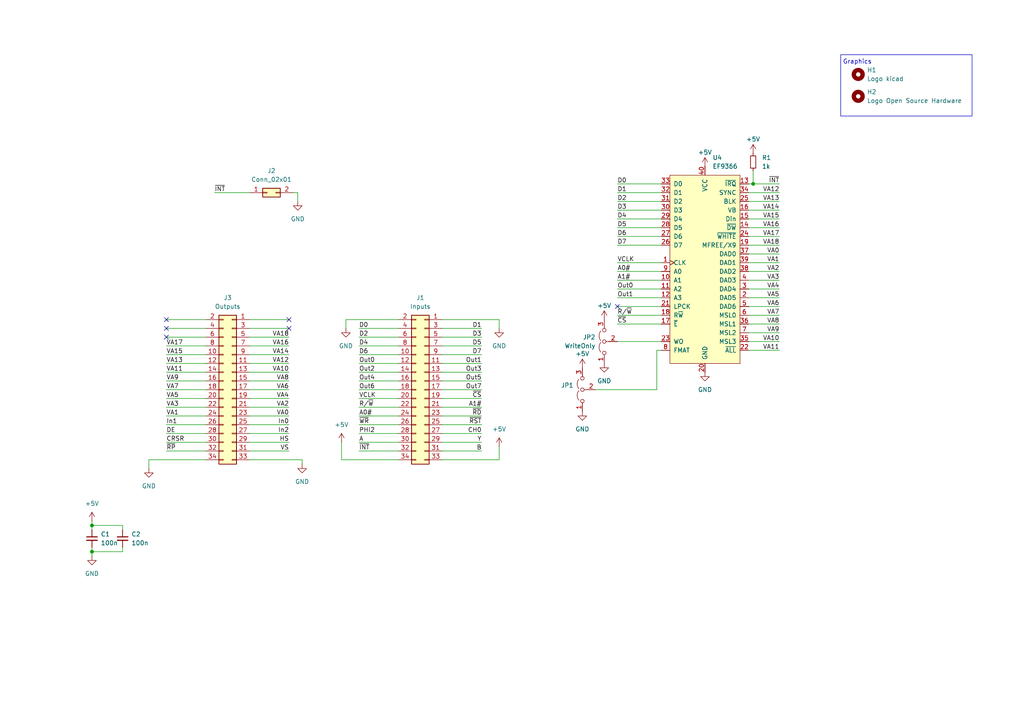
<source format=kicad_sch>
(kicad_sch (version 20231120) (generator "eeschema") (generator_version "8.0")
  (paper "A4")
  (title_block (title "Unicomp v3 - Video Board - EF9366 Adapter") (date "2025-01-28") (rev "v0.1") (company "100% Offner") (comment 1 "v0.1: Initial"))
  (lib_symbols
    (symbol "Connector_Generic:Conn_02x01" (pin_names (offset 1.016) hide)
      (property "Reference" "J" (at 1.27 2.54 0))
      (property "Value" "Conn_02x01" (at 1.27 -2.54 0))
      (symbol "Conn_02x01_1_1"
        (rectangle (start -1.27 0.127) (end 0 -0.127) (stroke (width 0.1524)))
        (rectangle (start -1.27 1.27) (end 3.81 -1.27) (stroke (width 0.254)) (fill (type background)))
        (rectangle (start 3.81 0.127) (end 2.54 -0.127) (stroke (width 0.1524)))
        (pin passive line (at -5.08 0 0) (length 3.81) (name "Pin_1") (number "1"))
        (pin passive line (at 7.62 0 180) (length 3.81) (name "Pin_2") (number "2"))
      )
    )
    (symbol "Connector_Generic:Conn_02x17_Odd_Even" (pin_names (offset 1.016) hide)
      (property "Reference" "J" (at 1.27 22.86 0))
      (property "Value" "Conn_02x17_Odd_Even" (at 1.27 -22.86 0))
      (symbol "Conn_02x17_Odd_Even_1_1"
        (rectangle (start -1.27 -20.193) (end 0 -20.447) (stroke (width 0.1524)))
        (rectangle (start -1.27 -17.653) (end 0 -17.907) (stroke (width 0.1524)))
        (rectangle (start -1.27 -15.113) (end 0 -15.367) (stroke (width 0.1524)))
        (rectangle (start -1.27 -12.573) (end 0 -12.827) (stroke (width 0.1524)))
        (rectangle (start -1.27 -10.033) (end 0 -10.287) (stroke (width 0.1524)))
        (rectangle (start -1.27 -7.493) (end 0 -7.747) (stroke (width 0.1524)))
        (rectangle (start -1.27 -4.953) (end 0 -5.207) (stroke (width 0.1524)))
        (rectangle (start -1.27 -2.413) (end 0 -2.667) (stroke (width 0.1524)))
        (rectangle (start -1.27 0.127) (end 0 -0.127) (stroke (width 0.1524)))
        (rectangle (start -1.27 2.667) (end 0 2.413) (stroke (width 0.1524)))
        (rectangle (start -1.27 5.207) (end 0 4.953) (stroke (width 0.1524)))
        (rectangle (start -1.27 7.747) (end 0 7.493) (stroke (width 0.1524)))
        (rectangle (start -1.27 10.287) (end 0 10.033) (stroke (width 0.1524)))
        (rectangle (start -1.27 12.827) (end 0 12.573) (stroke (width 0.1524)))
        (rectangle (start -1.27 15.367) (end 0 15.113) (stroke (width 0.1524)))
        (rectangle (start -1.27 17.907) (end 0 17.653) (stroke (width 0.1524)))
        (rectangle (start -1.27 20.447) (end 0 20.193) (stroke (width 0.1524)))
        (rectangle (start -1.27 21.59) (end 3.81 -21.59) (stroke (width 0.254)) (fill (type background)))
        (rectangle (start 3.81 -20.193) (end 2.54 -20.447) (stroke (width 0.1524)))
        (rectangle (start 3.81 -17.653) (end 2.54 -17.907) (stroke (width 0.1524)))
        (rectangle (start 3.81 -15.113) (end 2.54 -15.367) (stroke (width 0.1524)))
        (rectangle (start 3.81 -12.573) (end 2.54 -12.827) (stroke (width 0.1524)))
        (rectangle (start 3.81 -10.033) (end 2.54 -10.287) (stroke (width 0.1524)))
        (rectangle (start 3.81 -7.493) (end 2.54 -7.747) (stroke (width 0.1524)))
        (rectangle (start 3.81 -4.953) (end 2.54 -5.207) (stroke (width 0.1524)))
        (rectangle (start 3.81 -2.413) (end 2.54 -2.667) (stroke (width 0.1524)))
        (rectangle (start 3.81 0.127) (end 2.54 -0.127) (stroke (width 0.1524)))
        (rectangle (start 3.81 2.667) (end 2.54 2.413) (stroke (width 0.1524)))
        (rectangle (start 3.81 5.207) (end 2.54 4.953) (stroke (width 0.1524)))
        (rectangle (start 3.81 7.747) (end 2.54 7.493) (stroke (width 0.1524)))
        (rectangle (start 3.81 10.287) (end 2.54 10.033) (stroke (width 0.1524)))
        (rectangle (start 3.81 12.827) (end 2.54 12.573) (stroke (width 0.1524)))
        (rectangle (start 3.81 15.367) (end 2.54 15.113) (stroke (width 0.1524)))
        (rectangle (start 3.81 17.907) (end 2.54 17.653) (stroke (width 0.1524)))
        (rectangle (start 3.81 20.447) (end 2.54 20.193) (stroke (width 0.1524)))
        (pin passive line (at -5.08 20.32 0) (length 3.81) (name "Pin_1") (number "1"))
        (pin passive line (at 7.62 10.16 180) (length 3.81) (name "Pin_10") (number "10"))
        (pin passive line (at -5.08 7.62 0) (length 3.81) (name "Pin_11") (number "11"))
        (pin passive line (at 7.62 7.62 180) (length 3.81) (name "Pin_12") (number "12"))
        (pin passive line (at -5.08 5.08 0) (length 3.81) (name "Pin_13") (number "13"))
        (pin passive line (at 7.62 5.08 180) (length 3.81) (name "Pin_14") (number "14"))
        (pin passive line (at -5.08 2.54 0) (length 3.81) (name "Pin_15") (number "15"))
        (pin passive line (at 7.62 2.54 180) (length 3.81) (name "Pin_16") (number "16"))
        (pin passive line (at -5.08 0 0) (length 3.81) (name "Pin_17") (number "17"))
        (pin passive line (at 7.62 0 180) (length 3.81) (name "Pin_18") (number "18"))
        (pin passive line (at -5.08 -2.54 0) (length 3.81) (name "Pin_19") (number "19"))
        (pin passive line (at 7.62 20.32 180) (length 3.81) (name "Pin_2") (number "2"))
        (pin passive line (at 7.62 -2.54 180) (length 3.81) (name "Pin_20") (number "20"))
        (pin passive line (at -5.08 -5.08 0) (length 3.81) (name "Pin_21") (number "21"))
        (pin passive line (at 7.62 -5.08 180) (length 3.81) (name "Pin_22") (number "22"))
        (pin passive line (at -5.08 -7.62 0) (length 3.81) (name "Pin_23") (number "23"))
        (pin passive line (at 7.62 -7.62 180) (length 3.81) (name "Pin_24") (number "24"))
        (pin passive line (at -5.08 -10.16 0) (length 3.81) (name "Pin_25") (number "25"))
        (pin passive line (at 7.62 -10.16 180) (length 3.81) (name "Pin_26") (number "26"))
        (pin passive line (at -5.08 -12.7 0) (length 3.81) (name "Pin_27") (number "27"))
        (pin passive line (at 7.62 -12.7 180) (length 3.81) (name "Pin_28") (number "28"))
        (pin passive line (at -5.08 -15.24 0) (length 3.81) (name "Pin_29") (number "29"))
        (pin passive line (at -5.08 17.78 0) (length 3.81) (name "Pin_3") (number "3"))
        (pin passive line (at 7.62 -15.24 180) (length 3.81) (name "Pin_30") (number "30"))
        (pin passive line (at -5.08 -17.78 0) (length 3.81) (name "Pin_31") (number "31"))
        (pin passive line (at 7.62 -17.78 180) (length 3.81) (name "Pin_32") (number "32"))
        (pin passive line (at -5.08 -20.32 0) (length 3.81) (name "Pin_33") (number "33"))
        (pin passive line (at 7.62 -20.32 180) (length 3.81) (name "Pin_34") (number "34"))
        (pin passive line (at 7.62 17.78 180) (length 3.81) (name "Pin_4") (number "4"))
        (pin passive line (at -5.08 15.24 0) (length 3.81) (name "Pin_5") (number "5"))
        (pin passive line (at 7.62 15.24 180) (length 3.81) (name "Pin_6") (number "6"))
        (pin passive line (at -5.08 12.7 0) (length 3.81) (name "Pin_7") (number "7"))
        (pin passive line (at 7.62 12.7 180) (length 3.81) (name "Pin_8") (number "8"))
        (pin passive line (at -5.08 10.16 0) (length 3.81) (name "Pin_9") (number "9"))
      )
    )
    (symbol "Device:C_Small" (pin_numbers hide) (pin_names (offset 0.254) hide)
      (property "Reference" "C" (at 0.254 1.778 0))
      (property "Value" "C_Small" (at 0.254 -2.032 0))
      (symbol "C_Small_0_1"
        (polyline (pts (xy -1.524 -0.508) (xy 1.524 -0.508)) (stroke (width 0.3302)))
        (polyline (pts (xy -1.524 0.508) (xy 1.524 0.508)) (stroke (width 0.3048)))
      )
      (symbol "C_Small_1_1"
        (pin passive line (at 0 2.54 270) (length 2.032) (name "~") (number "1"))
        (pin passive line (at 0 -2.54 90) (length 2.032) (name "~") (number "2"))
      )
    )
    (symbol "Device:R_Small" (pin_numbers hide) (pin_names (offset 0.254) hide)
      (property "Reference" "R" (at 0.762 0.508 0))
      (property "Value" "R_Small" (at 0.762 -1.016 0))
      (symbol "R_Small_0_1"
        (rectangle (start -0.762 1.778) (end 0.762 -1.778) (stroke (width 0.2032)))
      )
      (symbol "R_Small_1_1"
        (pin passive line (at 0 2.54 270) (length 0.762) (name "~") (number "1"))
        (pin passive line (at 0 -2.54 90) (length 0.762) (name "~") (number "2"))
      )
    )
    (symbol "Jumper:Jumper_3_Open" (pin_names (offset 0) hide) (exclude_from_sim yes) (in_bom no)
      (property "Reference" "JP" (at -2.54 -2.54 0))
      (property "Value" "Jumper_3_Open" (at 0 2.794 0))
      (symbol "Jumper_3_Open_0_0"
        (circle (center -3.302 0) (radius 0.508))
        (circle (center 0 0) (radius 0.508))
        (circle (center 3.302 0) (radius 0.508))
      )
      (symbol "Jumper_3_Open_0_1"
        (arc (start -0.254 1.016) (mid -1.651 1.4992) (end -3.048 1.016))
        (polyline (pts (xy 0 -0.508) (xy 0 -1.27)))
        (arc (start 3.048 1.016) (mid 1.651 1.4992) (end 0.254 1.016))
      )
      (symbol "Jumper_3_Open_1_1"
        (pin passive line (at -6.35 0 0) (length 2.54) (name "A") (number "1"))
        (pin passive line (at 0 -3.81 90) (length 2.54) (name "C") (number "2"))
        (pin passive line (at 6.35 0 180) (length 2.54) (name "B") (number "3"))
      )
    )
    (symbol "Mechanical:MountingHole" (pin_names (offset 1.016)) (exclude_from_sim yes) (in_bom no)
      (property "Reference" "H" (at 0 5.08 0))
      (property "Value" "MountingHole" (at 0 3.175 0))
      (symbol "MountingHole_0_1"
        (circle (center 0 0) (radius 1.27) (stroke (width 1.27)))
      )
    )
    (symbol "my_ics_new:EF9366" (pin_names (offset 1.016))
      (property "Reference" "U" (at 2.54 29.21 0))
      (property "Value" "EF9366" (at 3.81 26.67 0))
      (symbol "EF9366_0_1"
        (rectangle (start -10.16 25.4) (end 10.16 -29.21) (fill (type background)))
        (rectangle (start 10.16 -29.21) (end 10.16 -29.21))
      )
      (symbol "EF9366_1_1"
        (pin input clock (at -12.7 0 0) (length 2.54) (name "CLK") (number "1"))
        (pin input line (at -12.7 -5.08 0) (length 2.54) (name "A1") (number "10"))
        (pin input line (at -12.7 -7.62 0) (length 2.54) (name "A2") (number "11"))
        (pin input line (at -12.7 -10.16 0) (length 2.54) (name "A3") (number "12"))
        (pin output line (at 12.7 22.86 180) (length 2.54) (name "~{IRQ}") (number "13"))
        (pin output line (at 12.7 10.16 180) (length 2.54) (name "~{DW}") (number "14"))
        (pin output line (at 12.7 12.7 180) (length 2.54) (name "Din") (number "15"))
        (pin output line (at 12.7 15.24 180) (length 2.54) (name "VB") (number "16"))
        (pin input line (at -12.7 -17.78 0) (length 2.54) (name "~{E}") (number "17"))
        (pin input line (at -12.7 -15.24 0) (length 2.54) (name "R~{W}") (number "18"))
        (pin output line (at 12.7 5.08 180) (length 2.54) (name "MFREE/X9") (number "19"))
        (pin output line (at 12.7 -10.16 180) (length 2.54) (name "DAD5") (number "2"))
        (pin power_in line (at 0 -31.75 90) (length 2.54) (name "GND") (number "20"))
        (pin input line (at -12.7 -12.7 0) (length 2.54) (name "LPCK") (number "21"))
        (pin output line (at 12.7 -25.4 180) (length 2.54) (name "~{ALL}") (number "22"))
        (pin input line (at -12.7 -22.86 0) (length 2.54) (name "WO") (number "23"))
        (pin output line (at 12.7 7.62 180) (length 2.54) (name "~{WHITE}") (number "24"))
        (pin output line (at 12.7 17.78 180) (length 2.54) (name "BLK") (number "25"))
        (pin bidirectional line (at -12.7 5.08 0) (length 2.54) (name "D7") (number "26"))
        (pin bidirectional line (at -12.7 7.62 0) (length 2.54) (name "D6") (number "27"))
        (pin bidirectional line (at -12.7 10.16 0) (length 2.54) (name "D5") (number "28"))
        (pin bidirectional line (at -12.7 12.7 0) (length 2.54) (name "D4") (number "29"))
        (pin output line (at 12.7 -7.62 180) (length 2.54) (name "DAD4") (number "3"))
        (pin bidirectional line (at -12.7 15.24 0) (length 2.54) (name "D3") (number "30"))
        (pin bidirectional line (at -12.7 17.78 0) (length 2.54) (name "D2") (number "31"))
        (pin bidirectional line (at -12.7 20.32 0) (length 2.54) (name "D1") (number "32"))
        (pin bidirectional line (at -12.7 22.86 0) (length 2.54) (name "D0") (number "33"))
        (pin output line (at 12.7 20.32 180) (length 2.54) (name "SYNC") (number "34"))
        (pin output line (at 12.7 -22.86 180) (length 2.54) (name "MSL3") (number "35"))
        (pin output line (at 12.7 -17.78 180) (length 2.54) (name "MSL1") (number "36"))
        (pin output line (at 12.7 2.54 180) (length 2.54) (name "DAD0") (number "37"))
        (pin output line (at 12.7 -2.54 180) (length 2.54) (name "DAD2") (number "38"))
        (pin output line (at 12.7 0 180) (length 2.54) (name "DAD1") (number "39"))
        (pin output line (at 12.7 -5.08 180) (length 2.54) (name "DAD3") (number "4"))
        (pin power_in line (at 0 27.94 270) (length 2.54) (name "VCC") (number "40"))
        (pin output line (at 12.7 -12.7 180) (length 2.54) (name "DAD6") (number "5"))
        (pin output line (at 12.7 -15.24 180) (length 2.54) (name "MSL0") (number "6"))
        (pin output line (at 12.7 -20.32 180) (length 2.54) (name "MSL2") (number "7"))
        (pin input line (at -12.7 -25.4 0) (length 2.54) (name "FMAT") (number "8"))
        (pin input line (at -12.7 -2.54 0) (length 2.54) (name "A0") (number "9"))
      )
    )
    (symbol "power:+5V" (power) (pin_numbers hide) (pin_names (offset 0) hide)
      (property "Value" "+5V" (at 0 3.556 0))
      (symbol "+5V_0_1"
        (polyline (pts (xy -0.762 1.27) (xy 0 2.54)))
        (polyline (pts (xy 0 0) (xy 0 2.54)))
        (polyline (pts (xy 0 2.54) (xy 0.762 1.27)))
      )
      (symbol "+5V_1_1"
        (pin power_in line (at 0 0 90) (length 0) (name "~") (number "1"))
      )
    )
    (symbol "power:GND" (power) (pin_numbers hide) (pin_names (offset 0) hide)
      (property "Value" "GND" (at 0 -3.81 0))
      (symbol "GND_0_1"
        (polyline (pts (xy 0 0) (xy 0 -1.27) (xy 1.27 -1.27) (xy 0 -2.54) (xy -1.27 -1.27) (xy 0 -1.27)))
      )
      (symbol "GND_1_1"
        (pin power_in line (at 0 0 270) (length 0) (name "~") (number "1"))
      )
    )
  )
  (junction (at 26.67 160.02))
  (junction (at 218.44 53.34))
  (junction (at 26.67 152.4))
  (no_connect (at 48.26 95.25))
  (no_connect (at 83.82 92.71))
  (no_connect (at 48.26 97.79))
  (no_connect (at 179.07 88.9))
  (no_connect (at 83.82 95.25))
  (no_connect (at 48.26 92.71))
  (wire (pts (xy 72.39 100.33) (xy 83.82 100.33)))
  (wire (pts (xy 104.14 110.49) (xy 115.57 110.49)))
  (wire (pts (xy 217.17 71.12) (xy 226.06 71.12)))
  (wire (pts (xy 104.14 118.11) (xy 115.57 118.11)))
  (wire (pts (xy 217.17 88.9) (xy 226.06 88.9)))
  (wire (pts (xy 87.63 134.62) (xy 87.63 133.35)))
  (wire (pts (xy 72.39 125.73) (xy 83.82 125.73)))
  (wire (pts (xy 217.17 53.34) (xy 218.44 53.34)))
  (wire (pts (xy 217.17 76.2) (xy 226.06 76.2)))
  (wire (pts (xy 48.26 102.87) (xy 59.69 102.87)))
  (wire (pts (xy 218.44 49.53) (xy 218.44 53.34)))
  (wire (pts (xy 104.14 130.81) (xy 115.57 130.81)))
  (wire (pts (xy 72.39 130.81) (xy 83.82 130.81)))
  (wire (pts (xy 128.27 123.19) (xy 139.7 123.19)))
  (wire (pts (xy 179.07 71.12) (xy 191.77 71.12)))
  (wire (pts (xy 72.39 120.65) (xy 83.82 120.65)))
  (wire (pts (xy 144.78 129.54) (xy 144.78 133.35)))
  (wire (pts (xy 43.18 135.89) (xy 43.18 133.35)))
  (wire (pts (xy 217.17 66.04) (xy 226.06 66.04)))
  (wire (pts (xy 104.14 128.27) (xy 115.57 128.27)))
  (wire (pts (xy 100.33 95.25) (xy 100.33 92.71)))
  (wire (pts (xy 48.26 113.03) (xy 59.69 113.03)))
  (wire (pts (xy 104.14 123.19) (xy 115.57 123.19)))
  (wire (pts (xy 72.39 102.87) (xy 83.82 102.87)))
  (wire (pts (xy 217.17 58.42) (xy 226.06 58.42)))
  (wire (pts (xy 104.14 97.79) (xy 115.57 97.79)))
  (wire (pts (xy 128.27 128.27) (xy 139.7 128.27)))
  (wire (pts (xy 218.44 53.34) (xy 226.06 53.34)))
  (wire (pts (xy 99.06 133.35) (xy 115.57 133.35)))
  (wire (pts (xy 72.39 107.95) (xy 83.82 107.95)))
  (wire (pts (xy 128.27 133.35) (xy 144.78 133.35)))
  (wire (pts (xy 26.67 152.4) (xy 26.67 153.67)))
  (wire (pts (xy 128.27 115.57) (xy 139.7 115.57)))
  (wire (pts (xy 26.67 151.13) (xy 26.67 152.4)))
  (wire (pts (xy 128.27 100.33) (xy 139.7 100.33)))
  (wire (pts (xy 72.39 115.57) (xy 83.82 115.57)))
  (wire (pts (xy 72.39 123.19) (xy 83.82 123.19)))
  (wire (pts (xy 179.07 58.42) (xy 191.77 58.42)))
  (wire (pts (xy 217.17 60.96) (xy 226.06 60.96)))
  (wire (pts (xy 104.14 125.73) (xy 115.57 125.73)))
  (wire (pts (xy 48.26 123.19) (xy 59.69 123.19)))
  (wire (pts (xy 179.07 99.06) (xy 191.77 99.06)))
  (wire (pts (xy 48.26 110.49) (xy 59.69 110.49)))
  (wire (pts (xy 48.26 92.71) (xy 59.69 92.71)))
  (wire (pts (xy 48.26 115.57) (xy 59.69 115.57)))
  (wire (pts (xy 48.26 125.73) (xy 59.69 125.73)))
  (wire (pts (xy 217.17 81.28) (xy 226.06 81.28)))
  (wire (pts (xy 72.39 92.71) (xy 83.82 92.71)))
  (wire (pts (xy 104.14 107.95) (xy 115.57 107.95)))
  (wire (pts (xy 172.72 113.03) (xy 190.5 113.03)))
  (wire (pts (xy 48.26 118.11) (xy 59.69 118.11)))
  (wire (pts (xy 99.06 128.27) (xy 99.06 133.35)))
  (wire (pts (xy 26.67 152.4) (xy 35.56 152.4)))
  (wire (pts (xy 104.14 102.87) (xy 115.57 102.87)))
  (wire (pts (xy 128.27 107.95) (xy 139.7 107.95)))
  (wire (pts (xy 128.27 95.25) (xy 139.7 95.25)))
  (wire (pts (xy 72.39 97.79) (xy 83.82 97.79)))
  (wire (pts (xy 128.27 97.79) (xy 139.7 97.79)))
  (wire (pts (xy 128.27 118.11) (xy 139.7 118.11)))
  (wire (pts (xy 104.14 95.25) (xy 115.57 95.25)))
  (wire (pts (xy 128.27 120.65) (xy 139.7 120.65)))
  (wire (pts (xy 72.39 128.27) (xy 83.82 128.27)))
  (wire (pts (xy 179.07 63.5) (xy 191.77 63.5)))
  (wire (pts (xy 128.27 92.71) (xy 144.78 92.71)))
  (wire (pts (xy 43.18 133.35) (xy 59.69 133.35)))
  (wire (pts (xy 128.27 105.41) (xy 139.7 105.41)))
  (wire (pts (xy 128.27 125.73) (xy 139.7 125.73)))
  (wire (pts (xy 128.27 102.87) (xy 139.7 102.87)))
  (wire (pts (xy 72.39 110.49) (xy 83.82 110.49)))
  (wire (pts (xy 179.07 81.28) (xy 191.77 81.28)))
  (wire (pts (xy 217.17 101.6) (xy 226.06 101.6)))
  (wire (pts (xy 179.07 68.58) (xy 191.77 68.58)))
  (wire (pts (xy 128.27 130.81) (xy 139.7 130.81)))
  (wire (pts (xy 217.17 73.66) (xy 226.06 73.66)))
  (wire (pts (xy 217.17 93.98) (xy 226.06 93.98)))
  (wire (pts (xy 179.07 83.82) (xy 191.77 83.82)))
  (wire (pts (xy 48.26 105.41) (xy 59.69 105.41)))
  (wire (pts (xy 48.26 130.81) (xy 59.69 130.81)))
  (wire (pts (xy 190.5 101.6) (xy 191.77 101.6)))
  (wire (pts (xy 72.39 118.11) (xy 83.82 118.11)))
  (wire (pts (xy 48.26 107.95) (xy 59.69 107.95)))
  (wire (pts (xy 72.39 133.35) (xy 87.63 133.35)))
  (wire (pts (xy 104.14 105.41) (xy 115.57 105.41)))
  (wire (pts (xy 128.27 113.03) (xy 139.7 113.03)))
  (wire (pts (xy 179.07 91.44) (xy 191.77 91.44)))
  (wire (pts (xy 144.78 92.71) (xy 144.78 95.25)))
  (wire (pts (xy 35.56 158.75) (xy 35.56 160.02)))
  (wire (pts (xy 104.14 113.03) (xy 115.57 113.03)))
  (wire (pts (xy 86.36 55.88) (xy 85.09 55.88)))
  (wire (pts (xy 104.14 120.65) (xy 115.57 120.65)))
  (wire (pts (xy 48.26 97.79) (xy 59.69 97.79)))
  (wire (pts (xy 128.27 110.49) (xy 139.7 110.49)))
  (wire (pts (xy 217.17 78.74) (xy 226.06 78.74)))
  (wire (pts (xy 179.07 76.2) (xy 191.77 76.2)))
  (wire (pts (xy 179.07 55.88) (xy 191.77 55.88)))
  (wire (pts (xy 48.26 95.25) (xy 59.69 95.25)))
  (wire (pts (xy 72.39 113.03) (xy 83.82 113.03)))
  (wire (pts (xy 104.14 100.33) (xy 115.57 100.33)))
  (wire (pts (xy 179.07 78.74) (xy 191.77 78.74)))
  (wire (pts (xy 179.07 88.9) (xy 191.77 88.9)))
  (wire (pts (xy 179.07 86.36) (xy 191.77 86.36)))
  (wire (pts (xy 217.17 68.58) (xy 226.06 68.58)))
  (wire (pts (xy 48.26 128.27) (xy 59.69 128.27)))
  (wire (pts (xy 217.17 83.82) (xy 226.06 83.82)))
  (wire (pts (xy 217.17 96.52) (xy 226.06 96.52)))
  (wire (pts (xy 100.33 92.71) (xy 115.57 92.71)))
  (wire (pts (xy 104.14 115.57) (xy 115.57 115.57)))
  (wire (pts (xy 190.5 113.03) (xy 190.5 101.6)))
  (wire (pts (xy 179.07 60.96) (xy 191.77 60.96)))
  (wire (pts (xy 179.07 53.34) (xy 191.77 53.34)))
  (wire (pts (xy 35.56 153.67) (xy 35.56 152.4)))
  (wire (pts (xy 217.17 63.5) (xy 226.06 63.5)))
  (wire (pts (xy 26.67 161.29) (xy 26.67 160.02)))
  (wire (pts (xy 26.67 160.02) (xy 26.67 158.75)))
  (wire (pts (xy 179.07 66.04) (xy 191.77 66.04)))
  (wire (pts (xy 217.17 55.88) (xy 226.06 55.88)))
  (wire (pts (xy 179.07 93.98) (xy 191.77 93.98)))
  (wire (pts (xy 72.39 95.25) (xy 83.82 95.25)))
  (wire (pts (xy 217.17 86.36) (xy 226.06 86.36)))
  (wire (pts (xy 217.17 99.06) (xy 226.06 99.06)))
  (wire (pts (xy 62.23 55.88) (xy 72.39 55.88)))
  (wire (pts (xy 217.17 91.44) (xy 226.06 91.44)))
  (wire (pts (xy 48.26 120.65) (xy 59.69 120.65)))
  (wire (pts (xy 72.39 105.41) (xy 83.82 105.41)))
  (wire (pts (xy 26.67 160.02) (xy 35.56 160.02)))
  (wire (pts (xy 86.36 58.42) (xy 86.36 55.88)))
  (wire (pts (xy 48.26 100.33) (xy 59.69 100.33)))
  (rectangle (start 243.84 15.875) (end 281.94 33.655))
  (text "Graphics" (at 248.666 18.034 0) (effects (font (size 1.27 1.27))))
  (label "VA16" (at 226.06 66.04 180))
  (label "VCLK" (at 104.14 115.57 0))
  (label "D5" (at 139.7 100.33 180))
  (label "D0" (at 179.07 53.34 0))
  (label "VA3" (at 48.26 118.11 0))
  (label "D6" (at 179.07 68.58 0))
  (label "D1" (at 139.7 95.25 180))
  (label "VA1" (at 48.26 120.65 0))
  (label "VA8" (at 226.06 93.98 180))
  (label "A0#" (at 104.14 120.65 0))
  (label "PHI2" (at 104.14 125.73 0))
  (label "~{INT}" (at 62.23 55.88 0))
  (label "VA15" (at 48.26 102.87 0))
  (label "A" (at 104.14 128.27 0))
  (label "VA6" (at 226.06 88.9 180))
  (label "D7" (at 179.07 71.12 0))
  (label "VA7" (at 226.06 91.44 180))
  (label "VA16" (at 83.82 100.33 180))
  (label "VA0" (at 83.82 120.65 180))
  (label "DE" (at 48.26 125.73 0))
  (label "Out7" (at 139.7 113.03 180))
  (label "~{CS}" (at 139.7 115.57 180))
  (label "A1#" (at 139.7 118.11 180))
  (label "VA13" (at 226.06 58.42 180))
  (label "Out2" (at 104.14 107.95 0))
  (label "VA7" (at 48.26 113.03 0))
  (label "VA11" (at 226.06 101.6 180))
  (label "Y" (at 139.7 128.27 180))
  (label "In0" (at 83.82 123.19 180))
  (label "CRSR" (at 48.26 128.27 0))
  (label "VA1" (at 226.06 76.2 180))
  (label "D4" (at 104.14 100.33 0))
  (label "D5" (at 179.07 66.04 0))
  (label "VA18" (at 83.82 97.79 180))
  (label "D7" (at 139.7 102.87 180))
  (label "D0" (at 104.14 95.25 0))
  (label "VA6" (at 83.82 113.03 180))
  (label "R{slash}~{W}" (at 104.14 118.11 0))
  (label "Out1" (at 179.07 86.36 0))
  (label "VA8" (at 83.82 110.49 180))
  (label "D4" (at 179.07 63.5 0))
  (label "~{RST}" (at 139.7 123.19 180))
  (label "~{INT}" (at 104.14 130.81 0))
  (label "Out1" (at 139.7 105.41 180))
  (label "VA5" (at 48.26 115.57 0))
  (label "Out4" (at 104.14 110.49 0))
  (label "In1" (at 48.26 123.19 0))
  (label "A1#" (at 179.07 81.28 0))
  (label "~{RP}" (at 48.26 130.81 0))
  (label "VA11" (at 48.26 107.95 0))
  (label "Out3" (at 139.7 107.95 180))
  (label "B" (at 139.7 130.81 180))
  (label "D6" (at 104.14 102.87 0))
  (label "D3" (at 139.7 97.79 180))
  (label "VA12" (at 83.82 105.41 180))
  (label "~{INT}" (at 226.06 53.34 180))
  (label "CH0" (at 139.7 125.73 180))
  (label "VA14" (at 83.82 102.87 180))
  (label "VA17" (at 226.06 68.58 180))
  (label "VA10" (at 226.06 99.06 180))
  (label "HS" (at 83.82 128.27 180))
  (label "~{CS}" (at 179.07 93.98 0))
  (label "VA3" (at 226.06 81.28 180))
  (label "VS" (at 83.82 130.81 180))
  (label "~{RD}" (at 139.7 120.65 180))
  (label "VA9" (at 48.26 110.49 0))
  (label "R{slash}~{W}" (at 179.07 91.44 0))
  (label "VA15" (at 226.06 63.5 180))
  (label "D3" (at 179.07 60.96 0))
  (label "Out0" (at 104.14 105.41 0))
  (label "In2" (at 83.82 125.73 180))
  (label "VA4" (at 83.82 115.57 180))
  (label "VA10" (at 83.82 107.95 180))
  (label "A0#" (at 179.07 78.74 0))
  (label "VA9" (at 226.06 96.52 180))
  (label "VA13" (at 48.26 105.41 0))
  (label "Out6" (at 104.14 113.03 0))
  (label "VA12" (at 226.06 55.88 180))
  (label "VCLK" (at 179.07 76.2 0))
  (label "~{WR}" (at 104.14 123.19 0))
  (label "VA0" (at 226.06 73.66 180))
  (label "Out0" (at 179.07 83.82 0))
  (label "VA2" (at 226.06 78.74 180))
  (label "D1" (at 179.07 55.88 0))
  (label "VA2" (at 83.82 118.11 180))
  (label "D2" (at 179.07 58.42 0))
  (label "D2" (at 104.14 97.79 0))
  (label "VA18" (at 226.06 71.12 180))
  (label "VA5" (at 226.06 86.36 180))
  (label "Out5" (at 139.7 110.49 180))
  (label "VA14" (at 226.06 60.96 180))
  (label "VA17" (at 48.26 100.33 0))
  (label "VA4" (at 226.06 83.82 180))
  (symbol (lib_id "power:+5V") (at 144.78 129.54 0) (unit 1)
    (property "Reference" "#PWR024" (effects (hide yes)))
    (property "Value" "+5V" (at 144.78 124.46 0))
    (property "Description" "Power symbol creates a global label with name \"+5V\"" (effects (hide yes)))
  )
  (symbol (lib_id "power:+5V") (at 26.67 151.13 0) (unit 1)
    (property "Reference" "#PWR04" (effects (hide yes)))
    (property "Value" "+5V" (at 26.67 146.05 0))
    (property "Description" "Power symbol creates a global label with name \"+5V\"" (effects (hide yes)))
  )
  (symbol (lib_id "power:GND") (at 175.26 105.41 0) (unit 1)
    (property "Reference" "#PWR020" (effects (hide yes)))
    (property "Value" "GND" (at 175.26 110.49 0))
    (property "Description" "Power symbol creates a global label with name \"GND\" , ground" (effects (hide yes)))
  )
  (symbol (lib_id "power:+5V") (at 175.26 92.71 0) (unit 1)
    (property "Reference" "#PWR019" (effects (hide yes)))
    (property "Value" "+5V" (at 175.26 88.646 0))
    (property "Description" "Power symbol creates a global label with name \"+5V\"" (effects (hide yes)))
  )
  (symbol (lib_id "Device:C_Small") (at 35.56 156.21 0) (unit 1)
    (property "Reference" "C2" (at 38.1 154.9462 0) (effects (justify left)))
    (property "Value" "100n" (at 38.1 157.4862 0) (effects (justify left)))
    (property "Footprint" "Capacitor_SMD:C_1206_3216Metric_Pad1.33x1.80mm_HandSolder" (effects (hide yes)))
    (property "Description" "Unpolarized capacitor, small symbol" (effects (hide yes)))
  )
  (symbol (lib_id "Mechanical:MountingHole") (at 248.92 27.94 0) (unit 1) (exclude_from_sim yes) (in_bom no)
    (property "Reference" "H2" (at 251.46 26.6699 0) (effects (justify left)))
    (property "Value" "Logo Open Source Hardware" (at 251.46 29.2099 0) (effects (justify left)))
    (property "Footprint" "Symbol:OSHW-Logo2_7.3x6mm_SilkScreen" (effects (hide yes)))
    (property "Description" "Mounting Hole without connection" (effects (hide yes)))
  )
  (symbol (lib_id "power:GND") (at 43.18 135.89 0) (unit 1)
    (property "Reference" "#PWR01" (effects (hide yes)))
    (property "Value" "GND" (at 43.18 140.97 0))
    (property "Description" "Power symbol creates a global label with name \"GND\" , ground" (effects (hide yes)))
  )
  (symbol (lib_id "power:+5V") (at 99.06 128.27 0) (unit 1)
    (property "Reference" "#PWR021" (effects (hide yes)))
    (property "Value" "+5V" (at 99.06 123.19 0))
    (property "Description" "Power symbol creates a global label with name \"+5V\"" (effects (hide yes)))
  )
  (symbol (lib_id "power:+5V") (at 204.47 48.26 0) (unit 1)
    (property "Reference" "#PWR016" (effects (hide yes)))
    (property "Value" "+5V" (at 204.47 44.196 0))
    (property "Description" "Power symbol creates a global label with name \"+5V\"" (effects (hide yes)))
  )
  (symbol (lib_id "Connector_Generic:Conn_02x17_Odd_Even") (at 123.19 113.03 0) (mirror y) (unit 1)
    (property "Reference" "J1" (at 121.92 86.36 0))
    (property "Value" "Inputs" (at 121.92 88.9 0))
    (property "Footprint" "Connector_PinHeader_2.54mm:PinHeader_2x17_P2.54mm_Vertical" (effects (hide yes)))
    (property "Description" "Generic connector, double row, 02x17, odd/even pin numbering scheme (row 1 odd numbers, row 2 even numbers), script generated (kicad-library-utils/schlib/autogen/connector/)" (effects (hide yes)))
  )
  (symbol (lib_id "Mechanical:MountingHole") (at 248.92 21.59 0) (unit 1) (exclude_from_sim yes) (in_bom no)
    (property "Reference" "H1" (at 251.46 20.3199 0) (effects (justify left)))
    (property "Value" "Logo kicad" (at 251.46 22.8599 0) (effects (justify left)))
    (property "Footprint" "Symbol:KiCad-Logo2_6mm_SilkScreen" (effects (hide yes)))
    (property "Description" "Mounting Hole without connection" (effects (hide yes)))
  )
  (symbol (lib_id "power:GND") (at 144.78 95.25 0) (unit 1)
    (property "Reference" "#PWR023" (effects (hide yes)))
    (property "Value" "GND" (at 144.78 100.33 0))
    (property "Description" "Power symbol creates a global label with name \"GND\" , ground" (effects (hide yes)))
  )
  (symbol (lib_id "power:GND") (at 204.47 107.95 0) (unit 1)
    (property "Reference" "#PWR05" (effects (hide yes)))
    (property "Value" "GND" (at 204.47 113.03 0))
    (property "Description" "Power symbol creates a global label with name \"GND\" , ground" (effects (hide yes)))
  )
  (symbol (lib_id "Jumper:Jumper_3_Open") (at 168.91 113.03 90) (unit 1) (exclude_from_sim yes) (in_bom no)
    (property "Reference" "JP1" (at 166.37 111.7599 90) (effects (justify left)))
    (property "Value" "Format" (effects (hide yes)))
    (property "Footprint" "Connector_PinHeader_2.54mm:PinHeader_1x03_P2.54mm_Vertical" (effects (hide yes)))
    (property "Description" "Jumper, 3-pole, both open" (effects (hide yes)))
  )
  (symbol (lib_id "power:GND") (at 168.91 119.38 0) (unit 1)
    (property "Reference" "#PWR015" (effects (hide yes)))
    (property "Value" "GND" (at 168.91 124.46 0))
    (property "Description" "Power symbol creates a global label with name \"GND\" , ground" (effects (hide yes)))
  )
  (symbol (lib_id "power:GND") (at 100.33 95.25 0) (unit 1)
    (property "Reference" "#PWR022" (effects (hide yes)))
    (property "Value" "GND" (at 100.33 100.33 0))
    (property "Description" "Power symbol creates a global label with name \"GND\" , ground" (effects (hide yes)))
  )
  (symbol (lib_id "Device:R_Small") (at 218.44 46.99 0) (unit 1)
    (property "Reference" "R1" (at 220.98 45.7199 0) (effects (justify left)))
    (property "Value" "1k" (at 220.98 48.2599 0) (effects (justify left)))
    (property "Footprint" "Resistor_SMD:R_1206_3216Metric_Pad1.30x1.75mm_HandSolder" (effects (hide yes)))
    (property "Description" "Resistor, small symbol" (effects (hide yes)))
  )
  (symbol (lib_id "power:+5V") (at 168.91 106.68 0) (unit 1)
    (property "Reference" "#PWR018" (effects (hide yes)))
    (property "Value" "+5V" (at 168.91 102.616 0))
    (property "Description" "Power symbol creates a global label with name \"+5V\"" (effects (hide yes)))
  )
  (symbol (lib_id "Connector_Generic:Conn_02x17_Odd_Even") (at 67.31 113.03 0) (mirror y) (unit 1)
    (property "Reference" "J3" (at 66.04 86.36 0))
    (property "Value" "Outputs" (at 66.04 88.9 0))
    (property "Footprint" "Connector_PinHeader_2.54mm:PinHeader_2x17_P2.54mm_Vertical" (effects (hide yes)))
    (property "Description" "Generic connector, double row, 02x17, odd/even pin numbering scheme (row 1 odd numbers, row 2 even numbers), script generated (kicad-library-utils/schlib/autogen/connector/)" (effects (hide yes)))
  )
  (symbol (lib_id "my_ics_new:EF9366") (at 204.47 76.2 0) (unit 1)
    (property "Reference" "U4" (at 206.6641 45.72 0) (effects (justify left)))
    (property "Value" "EF9366" (at 206.6641 48.26 0) (effects (justify left)))
    (property "Footprint" "Package_DIP:DIP-40_W15.24mm_Socket" (effects (hide yes)))
  )
  (symbol (lib_id "Connector_Generic:Conn_02x01") (at 77.47 55.88 0) (unit 1)
    (property "Reference" "J2" (at 78.74 49.53 0))
    (property "Value" "Conn_02x01" (at 78.74 52.07 0))
    (property "Footprint" "Connector_PinHeader_2.54mm:PinHeader_1x02_P2.54mm_Horizontal" (effects (hide yes)))
    (property "Description" "Generic connector, double row, 02x01, this symbol is compatible with counter-clockwise, top-bottom and odd-even numbering schemes., script generated (kicad-library-utils/schlib/autogen/connector/)" (effects (hide yes)))
  )
  (symbol (lib_id "power:GND") (at 26.67 161.29 0) (unit 1)
    (property "Reference" "#PWR03" (effects (hide yes)))
    (property "Value" "GND" (at 26.67 166.37 0))
    (property "Description" "Power symbol creates a global label with name \"GND\" , ground" (effects (hide yes)))
  )
  (symbol (lib_id "power:GND") (at 86.36 58.42 0) (unit 1)
    (property "Reference" "#PWR06" (effects (hide yes)))
    (property "Value" "GND" (at 86.36 63.5 0))
    (property "Description" "Power symbol creates a global label with name \"GND\" , ground" (effects (hide yes)))
  )
  (symbol (lib_id "Jumper:Jumper_3_Open") (at 175.26 99.06 90) (unit 1) (exclude_from_sim yes) (in_bom no)
    (property "Reference" "JP2" (at 172.72 97.7899 90) (effects (justify left)))
    (property "Value" "WriteOnly" (at 172.72 100.3299 90) (effects (justify left)))
    (property "Footprint" "Connector_PinHeader_2.54mm:PinHeader_1x03_P2.54mm_Vertical" (effects (hide yes)))
    (property "Description" "Jumper, 3-pole, both open" (effects (hide yes)))
  )
  (symbol (lib_id "Device:C_Small") (at 26.67 156.21 0) (unit 1)
    (property "Reference" "C1" (at 29.21 154.9462 0) (effects (justify left)))
    (property "Value" "100n" (at 29.21 157.4862 0) (effects (justify left)))
    (property "Footprint" "Capacitor_SMD:C_1206_3216Metric_Pad1.33x1.80mm_HandSolder" (effects (hide yes)))
    (property "Description" "Unpolarized capacitor, small symbol" (effects (hide yes)))
  )
  (symbol (lib_id "power:+5V") (at 218.44 44.45 0) (unit 1)
    (property "Reference" "#PWR07" (effects (hide yes)))
    (property "Value" "+5V" (at 218.44 40.386 0))
    (property "Description" "Power symbol creates a global label with name \"+5V\"" (effects (hide yes)))
  )
  (symbol (lib_id "power:GND") (at 87.63 134.62 0) (unit 1)
    (property "Reference" "#PWR02" (effects (hide yes)))
    (property "Value" "GND" (at 87.63 139.7 0))
    (property "Description" "Power symbol creates a global label with name \"GND\" , ground" (effects (hide yes)))
  )
)
</source>
